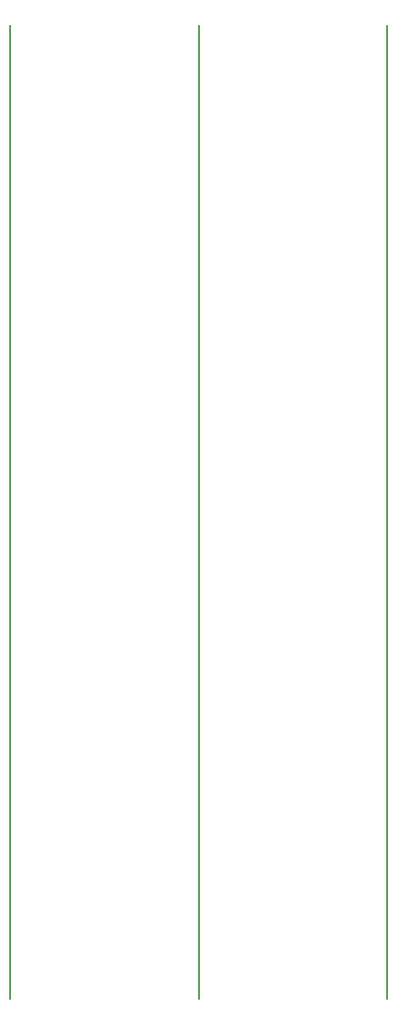
<source format=gbr>
%TF.GenerationSoftware,Altium Limited,Altium Designer,20.1.8 (145)*%
G04 Layer_Color=32896*
%FSLAX45Y45*%
%MOMM*%
%TF.SameCoordinates,0E9F4796-1360-41E2-86C3-8BEED11D2ECA*%
%TF.FilePolarity,Positive*%
%TF.FileFunction,Other,V_Cut*%
%TF.Part,CustomerPanel*%
G01*
G75*
%TA.AperFunction,NonConductor*%
%ADD48C,0.20000*%
D48*
X3400000Y0D02*
Y9800000D01*
X5300000Y0D02*
Y9800000D01*
X1500000Y0D02*
Y9800000D01*
%TF.MD5,ef323a750bde49d102d592f2575ccfb2*%
M02*

</source>
